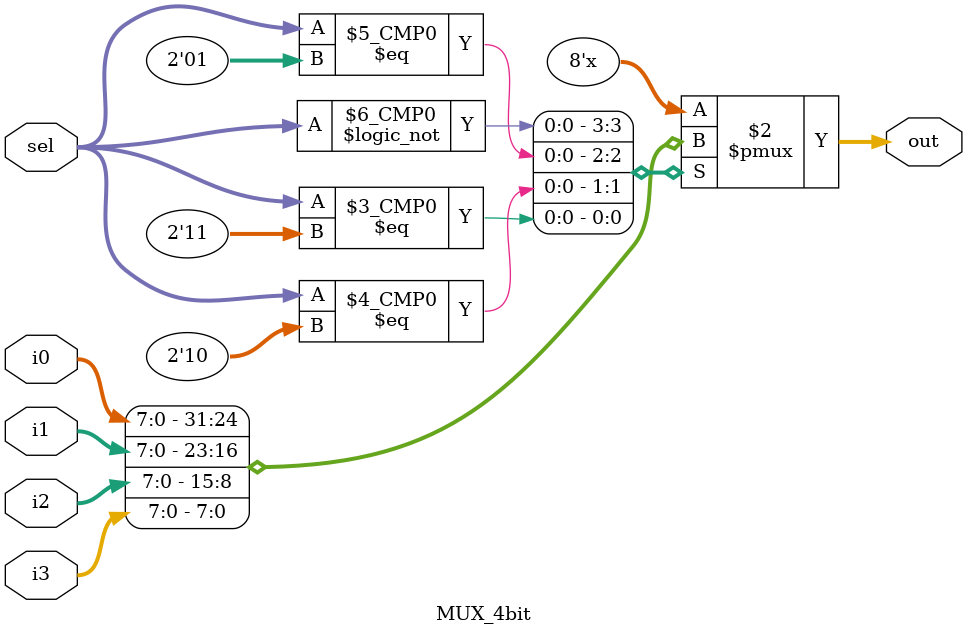
<source format=v>
module MUX_4bit(i0, i1, i2, i3, sel, out);


    input [7:0] i0, i1, i2, i3;
    input [1:0] sel;
    output reg [7:0] out;

    always @(*) begin
        case(sel)
            2'b00: out = i0;
            2'b01: out = i1;
            2'b10: out = i2;
            2'b11: out = i3;
            default: out = 2'b00;
        endcase
    end
endmodule

</source>
